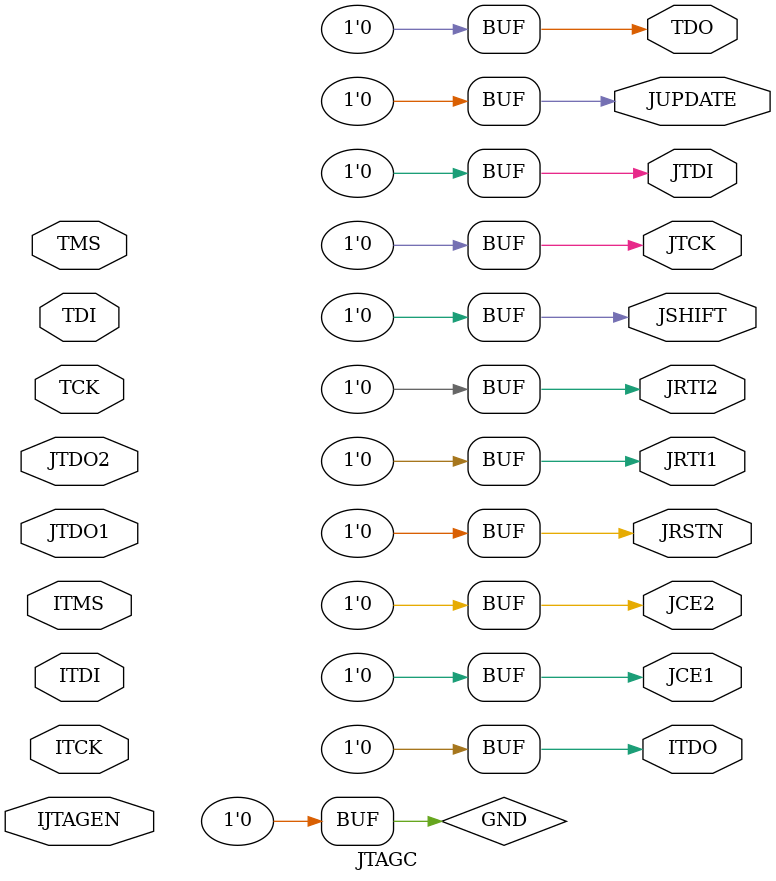
<source format=v>
`resetall
`timescale 1 ns / 1 ps

`celldefine

module JTAGC (TCK, TMS, TDI, ITCK, ITMS, ITDI, IJTAGEN, JTDO1, JTDO2, 
              TDO, ITDO, JTCK, JTDI, JSHIFT, JUPDATE, JRSTN,
              JCE1, JCE2, JRTI1, JRTI2);

 input   TCK, TMS, TDI, ITCK, ITMS, ITDI, IJTAGEN, JTDO1, JTDO2;

 output  TDO, ITDO, JTCK, JTDI, JSHIFT, JUPDATE, JRSTN;
 output  JCE1, JCE2, JRTI1, JRTI2;

 parameter ER1 = "ENABLED";
 parameter ER2 = "ENABLED";

 initial
    $display ("Warning! Empty model is being used for block \"JTAGC\", for the full functional model please use either the encrypted or the pre-compiled models.");

 supply0 GND;
 buf (TDO, GND);
 buf (JTCK, GND);
 buf (JTDI, GND);
 buf (JSHIFT, GND);
 buf (JUPDATE, GND);
 buf (JRSTN, GND);
 buf (JCE1, GND);
 buf (JCE2, GND);
 buf (JRTI1, GND);
 buf (JRTI2, GND);
 buf (ITDO, GND);

endmodule

`endcelldefine

</source>
